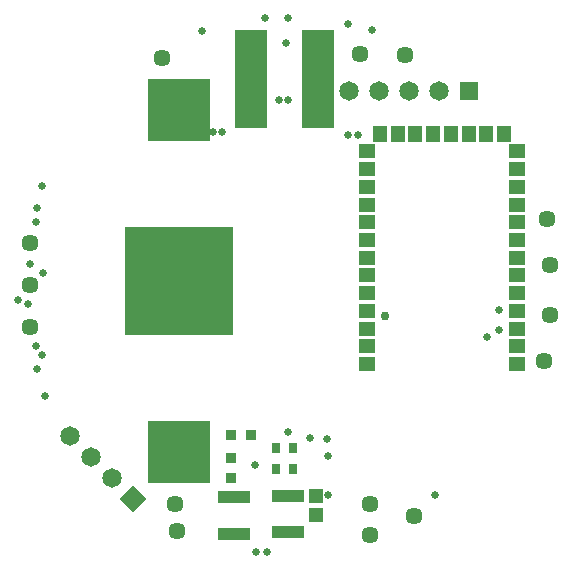
<source format=gbs>
%TF.GenerationSoftware,Altium Limited,Altium Designer,25.0.2 (28)*%
G04 Layer_Color=16711935*
%FSLAX45Y45*%
%MOMM*%
%TF.SameCoordinates,35A56F3A-7D9F-4CF9-8D97-DF5CB8944ECC*%
%TF.FilePolarity,Negative*%
%TF.FileFunction,Soldermask,Bot*%
%TF.Part,Single*%
G01*
G75*
%TA.AperFunction,SMDPad,CuDef*%
%ADD21R,2.69240X1.01600*%
%ADD45R,0.66040X0.93980*%
%ADD63R,1.25000X1.30000*%
%TA.AperFunction,ComponentPad*%
%ADD70C,1.45000*%
%ADD71P,2.33345X4X180.0*%
%ADD72C,1.65000*%
%ADD73R,1.65000X1.65000*%
%TA.AperFunction,ViaPad*%
%ADD74C,0.65800*%
%ADD75C,0.75000*%
%TA.AperFunction,SMDPad,CuDef*%
%ADD76R,0.95000X0.95000*%
%ADD77R,1.45000X1.15000*%
%ADD78R,1.15000X1.45000*%
%ADD79R,9.15000X9.15000*%
%ADD80R,5.23000X5.23000*%
%ADD81R,0.95000X0.95000*%
%ADD82R,2.75000X8.35000*%
D21*
X10045700Y5458460D02*
D03*
Y5768340D02*
D03*
X10502900Y5471160D02*
D03*
Y5781040D02*
D03*
D45*
X10402570Y6007100D02*
D03*
X10552430D02*
D03*
X10401300Y6184900D02*
D03*
X10551160D02*
D03*
D63*
X10744200Y5782300D02*
D03*
Y5622300D02*
D03*
D70*
X11201400Y5448300D02*
D03*
Y5715000D02*
D03*
X9563100Y5486400D02*
D03*
X12700000Y8128000D02*
D03*
X11112500Y9525000D02*
D03*
X9436100Y9486900D02*
D03*
X9550400Y5715000D02*
D03*
X11569700Y5613400D02*
D03*
X8318500Y7213600D02*
D03*
Y7569200D02*
D03*
Y7924800D02*
D03*
X12725400Y7308850D02*
D03*
X12674600Y6921500D02*
D03*
X11493500Y9512300D02*
D03*
X12725400Y7734300D02*
D03*
D71*
X9196605Y5751295D02*
D03*
D72*
X9017000Y5930900D02*
D03*
X8837395Y6110505D02*
D03*
X8657790Y6290110D02*
D03*
X11023600Y9207500D02*
D03*
X11277600D02*
D03*
X11531600D02*
D03*
X11785600D02*
D03*
D73*
X12039600D02*
D03*
D74*
X10223500Y6045200D02*
D03*
X11747500Y5791200D02*
D03*
X10502900Y6324600D02*
D03*
X10845800Y6121400D02*
D03*
Y5791200D02*
D03*
X8216900Y7442200D02*
D03*
X8432800Y7670800D02*
D03*
X8369300Y8102600D02*
D03*
X8420100Y6972300D02*
D03*
X8445500Y6629400D02*
D03*
X8382000Y6858000D02*
D03*
X8369300Y7048500D02*
D03*
X8305800Y7404100D02*
D03*
X8318500Y7747000D02*
D03*
X8382000Y8216900D02*
D03*
X8420100Y8407400D02*
D03*
X9779000Y9715500D02*
D03*
X10312400Y9829800D02*
D03*
X10502900D02*
D03*
X11214100Y9728200D02*
D03*
X11010900Y9779000D02*
D03*
X10502900Y9131300D02*
D03*
X10426700D02*
D03*
X12192000Y7124700D02*
D03*
X12293600Y7353300D02*
D03*
Y7188200D02*
D03*
X10833100Y6261100D02*
D03*
X10693400Y6273800D02*
D03*
X10325100Y5308600D02*
D03*
X10236200D02*
D03*
X11099800Y8839200D02*
D03*
X11010900D02*
D03*
X10490200Y9613900D02*
D03*
X9867900Y8864600D02*
D03*
X9944100D02*
D03*
D75*
X11328400Y7302500D02*
D03*
D76*
X10020300Y6299200D02*
D03*
X10190480D02*
D03*
D77*
X11176000Y8696100D02*
D03*
Y8546100D02*
D03*
Y8396100D02*
D03*
Y8246100D02*
D03*
Y8096100D02*
D03*
Y7946100D02*
D03*
Y7796100D02*
D03*
Y7646100D02*
D03*
Y7496100D02*
D03*
Y7346100D02*
D03*
Y7196100D02*
D03*
Y7046100D02*
D03*
Y6896100D02*
D03*
X12446000D02*
D03*
Y7046100D02*
D03*
Y7196100D02*
D03*
Y7346100D02*
D03*
X12446000Y7496100D02*
D03*
X12446000Y7646100D02*
D03*
X12446000Y7796100D02*
D03*
X12446000Y7946100D02*
D03*
Y8096100D02*
D03*
Y8246100D02*
D03*
Y8396100D02*
D03*
Y8546100D02*
D03*
Y8696100D02*
D03*
D78*
X12336000Y8846100D02*
D03*
X12186000D02*
D03*
X12036000D02*
D03*
X11886000D02*
D03*
X11586000D02*
D03*
X11436000Y8846100D02*
D03*
X11286000Y8846100D02*
D03*
X11736000D02*
D03*
D79*
X9582350Y7597808D02*
D03*
D80*
Y9044308D02*
D03*
Y6151308D02*
D03*
D81*
X10020300Y6101080D02*
D03*
Y5930900D02*
D03*
D82*
X10757500Y9309100D02*
D03*
X10197500D02*
D03*
%TF.MD5,52e0b297ee131f0cd539f14a320fd9c9*%
M02*

</source>
